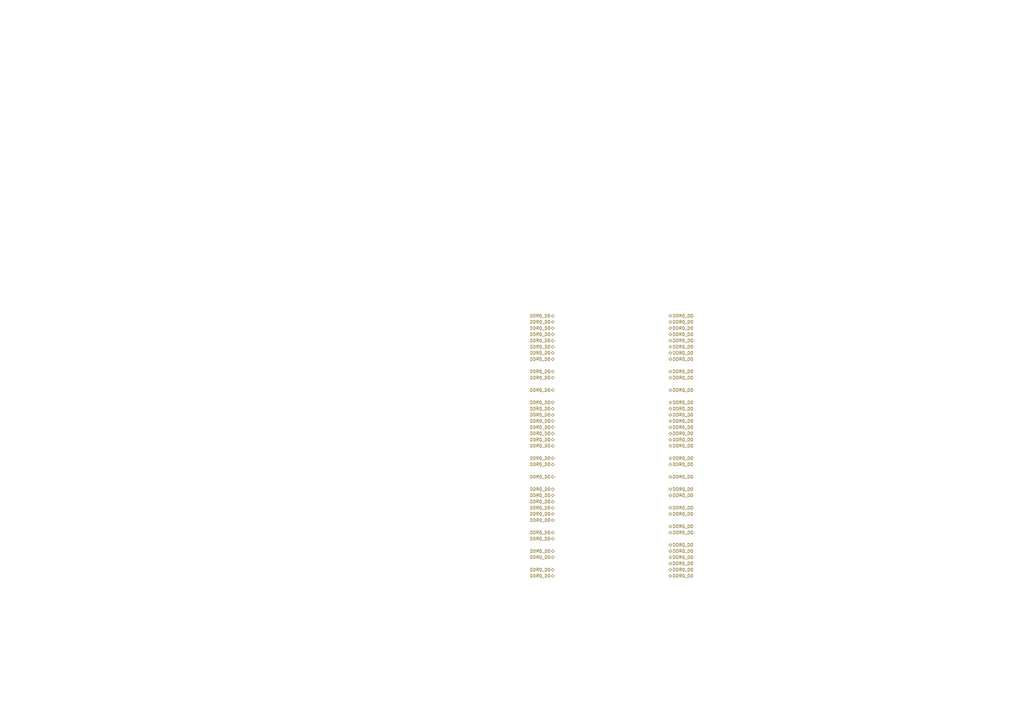
<source format=kicad_sch>
(kicad_sch (version 20211123) (generator eeschema)
  (paper "A3")
  (lib_symbols)
  (hierarchical_label "DDR0_D0" (shape bidirectional) (at 274.32 177.8 0))
  (hierarchical_label "DDR0_D0" (shape bidirectional) (at 227.33 129.54 180))
  (hierarchical_label "DDR0_D0" (shape bidirectional) (at 274.32 233.68 0))
  (hierarchical_label "DDR0_D0" (shape bidirectional) (at 274.32 170.18 0))
  (hierarchical_label "DDR0_D0" (shape bidirectional) (at 274.32 142.24 0))
  (hierarchical_label "DDR0_D0" (shape bidirectional) (at 274.32 134.62 0))
  (hierarchical_label "DDR0_D0" (shape bidirectional) (at 227.33 175.26 180))
  (hierarchical_label "DDR0_D0" (shape bidirectional) (at 227.33 132.08 180))
  (hierarchical_label "DDR0_D0" (shape bidirectional) (at 274.32 203.2 0))
  (hierarchical_label "DDR0_D0" (shape bidirectional) (at 227.33 137.16 180))
  (hierarchical_label "DDR0_D0" (shape bidirectional) (at 227.33 142.24 180))
  (hierarchical_label "DDR0_D0" (shape bidirectional) (at 227.33 139.7 180))
  (hierarchical_label "DDR0_D0" (shape bidirectional) (at 274.32 152.4 0))
  (hierarchical_label "DDR0_D0" (shape bidirectional) (at 274.32 144.78 0))
  (hierarchical_label "DDR0_D0" (shape bidirectional) (at 227.33 144.78 180))
  (hierarchical_label "DDR0_D0" (shape bidirectional) (at 227.33 205.74 180))
  (hierarchical_label "DDR0_D0" (shape bidirectional) (at 227.33 187.96 180))
  (hierarchical_label "DDR0_D0" (shape bidirectional) (at 227.33 190.5 180))
  (hierarchical_label "DDR0_D0" (shape bidirectional) (at 274.32 182.88 0))
  (hierarchical_label "DDR0_D0" (shape bidirectional) (at 227.33 220.98 180))
  (hierarchical_label "DDR0_D0" (shape bidirectional) (at 274.32 218.44 0))
  (hierarchical_label "DDR0_D0" (shape bidirectional) (at 274.32 187.96 0))
  (hierarchical_label "DDR0_D0" (shape bidirectional) (at 227.33 233.68 180))
  (hierarchical_label "DDR0_D0" (shape bidirectional) (at 274.32 236.22 0))
  (hierarchical_label "DDR0_D0" (shape bidirectional) (at 227.33 152.4 180))
  (hierarchical_label "DDR0_D0" (shape bidirectional) (at 274.32 129.54 0))
  (hierarchical_label "DDR0_D0" (shape bidirectional) (at 274.32 165.1 0))
  (hierarchical_label "DDR0_D0" (shape bidirectional) (at 227.33 208.28 180))
  (hierarchical_label "DDR0_D0" (shape bidirectional) (at 274.32 195.58 0))
  (hierarchical_label "DDR0_D0" (shape bidirectional) (at 274.32 147.32 0))
  (hierarchical_label "DDR0_D0" (shape bidirectional) (at 274.32 172.72 0))
  (hierarchical_label "DDR0_D0" (shape bidirectional) (at 274.32 223.52 0))
  (hierarchical_label "DDR0_D0" (shape bidirectional) (at 227.33 160.02 180))
  (hierarchical_label "DDR0_D0" (shape bidirectional) (at 274.32 210.82 0))
  (hierarchical_label "DDR0_D0" (shape bidirectional) (at 227.33 134.62 180))
  (hierarchical_label "DDR0_D0" (shape bidirectional) (at 227.33 182.88 180))
  (hierarchical_label "DDR0_D0" (shape bidirectional) (at 274.32 139.7 0))
  (hierarchical_label "DDR0_D0" (shape bidirectional) (at 227.33 195.58 180))
  (hierarchical_label "DDR0_D0" (shape bidirectional) (at 274.32 137.16 0))
  (hierarchical_label "DDR0_D0" (shape bidirectional) (at 227.33 200.66 180))
  (hierarchical_label "DDR0_D0" (shape bidirectional) (at 227.33 228.6 180))
  (hierarchical_label "DDR0_D0" (shape bidirectional) (at 227.33 236.22 180))
  (hierarchical_label "DDR0_D0" (shape bidirectional) (at 227.33 210.82 180))
  (hierarchical_label "DDR0_D0" (shape bidirectional) (at 274.32 200.66 0))
  (hierarchical_label "DDR0_D0" (shape bidirectional) (at 274.32 231.14 0))
  (hierarchical_label "DDR0_D0" (shape bidirectional) (at 274.32 160.02 0))
  (hierarchical_label "DDR0_D0" (shape bidirectional) (at 227.33 203.2 180))
  (hierarchical_label "DDR0_D0" (shape bidirectional) (at 227.33 154.94 180))
  (hierarchical_label "DDR0_D0" (shape bidirectional) (at 274.32 215.9 0))
  (hierarchical_label "DDR0_D0" (shape bidirectional) (at 227.33 180.34 180))
  (hierarchical_label "DDR0_D0" (shape bidirectional) (at 274.32 190.5 0))
  (hierarchical_label "DDR0_D0" (shape bidirectional) (at 274.32 228.6 0))
  (hierarchical_label "DDR0_D0" (shape bidirectional) (at 227.33 218.44 180))
  (hierarchical_label "DDR0_D0" (shape bidirectional) (at 274.32 154.94 0))
  (hierarchical_label "DDR0_D0" (shape bidirectional) (at 227.33 170.18 180))
  (hierarchical_label "DDR0_D0" (shape bidirectional) (at 274.32 132.08 0))
  (hierarchical_label "DDR0_D0" (shape bidirectional) (at 227.33 226.06 180))
  (hierarchical_label "DDR0_D0" (shape bidirectional) (at 227.33 213.36 180))
  (hierarchical_label "DDR0_D0" (shape bidirectional) (at 227.33 165.1 180))
  (hierarchical_label "DDR0_D0" (shape bidirectional) (at 274.32 226.06 0))
  (hierarchical_label "DDR0_D0" (shape bidirectional) (at 274.32 208.28 0))
  (hierarchical_label "DDR0_D0" (shape bidirectional) (at 227.33 147.32 180))
  (hierarchical_label "DDR0_D0" (shape bidirectional) (at 274.32 167.64 0))
  (hierarchical_label "DDR0_D0" (shape bidirectional) (at 227.33 172.72 180))
  (hierarchical_label "DDR0_D0" (shape bidirectional) (at 227.33 177.8 180))
  (hierarchical_label "DDR0_D0" (shape bidirectional) (at 227.33 167.64 180))
  (hierarchical_label "DDR0_D0" (shape bidirectional) (at 274.32 180.34 0))
  (hierarchical_label "DDR0_D0" (shape bidirectional) (at 274.32 175.26 0))
)
</source>
